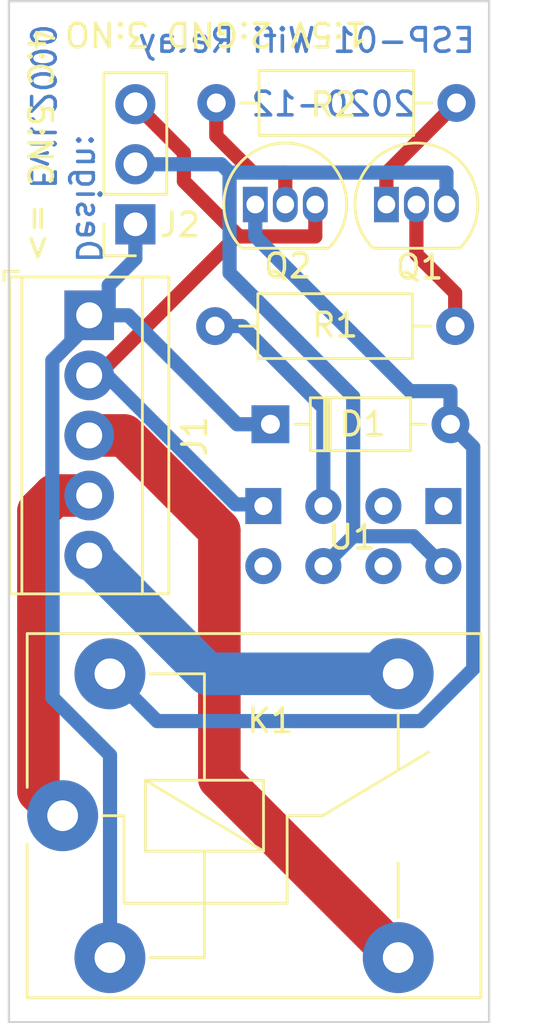
<source format=kicad_pcb>
(kicad_pcb (version 20171130) (host pcbnew 5.1.8+dfsg1-1)

  (general
    (thickness 1.6)
    (drawings 10)
    (tracks 68)
    (zones 0)
    (modules 9)
    (nets 16)
  )

  (page A4)
  (layers
    (0 F.Cu signal)
    (31 B.Cu signal)
    (33 F.Adhes user hide)
    (35 F.Paste user hide)
    (37 F.SilkS user)
    (38 B.Mask user hide)
    (39 F.Mask user hide)
    (40 Dwgs.User user hide)
    (41 Cmts.User user hide)
    (42 Eco1.User user hide)
    (43 Eco2.User user hide)
    (44 Edge.Cuts user)
    (45 Margin user hide)
    (46 B.CrtYd user hide)
    (47 F.CrtYd user hide)
    (49 F.Fab user hide)
  )

  (setup
    (last_trace_width 0.6)
    (trace_clearance 0.2)
    (zone_clearance 0.508)
    (zone_45_only no)
    (trace_min 0.2)
    (via_size 0.8)
    (via_drill 0.4)
    (via_min_size 0.4)
    (via_min_drill 0.3)
    (uvia_size 0.3)
    (uvia_drill 0.1)
    (uvias_allowed no)
    (uvia_min_size 0.2)
    (uvia_min_drill 0.1)
    (edge_width 0.05)
    (segment_width 0.2)
    (pcb_text_width 0.3)
    (pcb_text_size 1.5 1.5)
    (mod_edge_width 0.12)
    (mod_text_size 1 1)
    (mod_text_width 0.15)
    (pad_size 1.524 1.524)
    (pad_drill 0.762)
    (pad_to_mask_clearance 0)
    (aux_axis_origin 0 0)
    (visible_elements FEFFFFFF)
    (pcbplotparams
      (layerselection 0x010fc_ffffffff)
      (usegerberextensions false)
      (usegerberattributes true)
      (usegerberadvancedattributes true)
      (creategerberjobfile true)
      (excludeedgelayer true)
      (linewidth 0.100000)
      (plotframeref false)
      (viasonmask false)
      (mode 1)
      (useauxorigin false)
      (hpglpennumber 1)
      (hpglpenspeed 20)
      (hpglpendiameter 15.000000)
      (psnegative false)
      (psa4output false)
      (plotreference true)
      (plotvalue true)
      (plotinvisibletext false)
      (padsonsilk false)
      (subtractmaskfromsilk false)
      (outputformat 1)
      (mirror false)
      (drillshape 1)
      (scaleselection 1)
      (outputdirectory ""))
  )

  (net 0 "")
  (net 1 "Net-(D1-Pad2)")
  (net 2 "Net-(J1-Pad5)")
  (net 3 "Net-(J1-Pad4)")
  (net 4 "Net-(J1-Pad3)")
  (net 5 /3,3V)
  (net 6 "Net-(Q1-Pad1)")
  (net 7 "Net-(Q1-Pad2)")
  (net 8 "Net-(Q2-Pad2)")
  (net 9 "Net-(R1-Pad1)")
  (net 10 "Net-(U1-Pad7)")
  (net 11 "Net-(U1-Pad5)")
  (net 12 "Net-(U1-Pad4)")
  (net 13 "Net-(U1-Pad3)")
  (net 14 /5V)
  (net 15 /GND)

  (net_class Default "This is the default net class."
    (clearance 0.2)
    (trace_width 0.6)
    (via_dia 0.8)
    (via_drill 0.4)
    (uvia_dia 0.3)
    (uvia_drill 0.1)
    (add_net /3,3V)
    (add_net /5V)
    (add_net /GND)
    (add_net "Net-(D1-Pad2)")
    (add_net "Net-(Q1-Pad1)")
    (add_net "Net-(Q1-Pad2)")
    (add_net "Net-(Q2-Pad2)")
    (add_net "Net-(R1-Pad1)")
    (add_net "Net-(U1-Pad3)")
    (add_net "Net-(U1-Pad4)")
    (add_net "Net-(U1-Pad5)")
    (add_net "Net-(U1-Pad7)")
  )

  (net_class Breit ""
    (clearance 0.2)
    (trace_width 1.8)
    (via_dia 0.8)
    (via_drill 0.4)
    (uvia_dia 0.3)
    (uvia_drill 0.1)
    (add_net "Net-(J1-Pad3)")
    (add_net "Net-(J1-Pad4)")
    (add_net "Net-(J1-Pad5)")
  )

  (module RF_Module:ESP-01 (layer F.Cu) (tedit 5F88BF57) (tstamp 5FCBF804)
    (at 121.256 59.449)
    (descr "Wi-Fi Module")
    (tags "Wi-Fi Module")
    (path /5FCB393A)
    (fp_text reference U1 (at -0.057 8.938) (layer F.SilkS)
      (effects (font (size 1 1) (thickness 0.15)))
    )
    (fp_text value ESP-01 (at -0.07 -1.37) (layer F.Fab)
      (effects (font (size 1 1) (thickness 0.15)))
    )
    (fp_line (start -7.69 -13.57) (end 7.55 -13.57) (layer Dwgs.User) (width 0.12))
    (fp_line (start 7.55 -13.57) (end 7.55 11.83) (layer Dwgs.User) (width 0.12))
    (fp_line (start 7.55 11.83) (end -7.69 11.83) (layer Dwgs.User) (width 0.12))
    (fp_line (start -7.69 11.83) (end -7.69 -13.57) (layer Dwgs.User) (width 0.12))
    (fp_line (start 6.28 -12.3) (end 2.47 -12.3) (layer Dwgs.User) (width 0.12))
    (fp_line (start 2.47 -12.3) (end 2.47 -7.22) (layer Dwgs.User) (width 0.12))
    (fp_line (start 2.47 -7.22) (end 1.2 -7.22) (layer Dwgs.User) (width 0.12))
    (fp_line (start 1.2 -7.22) (end 1.2 -12.3) (layer Dwgs.User) (width 0.12))
    (fp_line (start 1.2 -12.3) (end -0.07 -12.3) (layer Dwgs.User) (width 0.12))
    (fp_line (start -0.07 -12.3) (end -0.07 -7.22) (layer Dwgs.User) (width 0.12))
    (fp_line (start -0.07 -7.22) (end -1.34 -7.22) (layer Dwgs.User) (width 0.12))
    (fp_line (start -1.34 -7.22) (end -1.34 -12.3) (layer Dwgs.User) (width 0.12))
    (fp_line (start -1.34 -12.3) (end -2.61 -12.3) (layer Dwgs.User) (width 0.12))
    (fp_line (start -2.61 -12.3) (end -2.61 -7.22) (layer Dwgs.User) (width 0.12))
    (fp_line (start -2.61 -7.22) (end -3.88 -7.22) (layer Dwgs.User) (width 0.12))
    (fp_line (start -3.88 -7.22) (end -3.88 -12.3) (layer Dwgs.User) (width 0.12))
    (fp_line (start -3.88 -12.3) (end -5.15 -12.3) (layer Dwgs.User) (width 0.12))
    (fp_line (start -5.15 -12.3) (end -5.15 -5.315) (layer Dwgs.User) (width 0.12))
    (fp_line (start -5.15 -5.315) (end 2.47 -5.315) (layer Dwgs.User) (width 0.12))
    (pad 8 thru_hole circle (at 3.81 10.16) (size 1.524 1.524) (drill 0.762) (layers B.Cu B.Mask)
      (net 5 /3,3V))
    (pad 7 thru_hole circle (at 1.27 10.16) (size 1.524 1.524) (drill 0.762) (layers B.Cu B.Mask)
      (net 10 "Net-(U1-Pad7)"))
    (pad 6 thru_hole circle (at -1.27 10.16) (size 1.524 1.524) (drill 0.762) (layers B.Cu B.Mask)
      (net 5 /3,3V))
    (pad 5 thru_hole circle (at -3.81 10.16) (size 1.524 1.524) (drill 0.762) (layers B.Cu B.Mask)
      (net 11 "Net-(U1-Pad5)"))
    (pad 4 thru_hole rect (at 3.81 7.62) (size 1.524 1.524) (drill 0.762) (layers B.Cu B.Mask)
      (net 12 "Net-(U1-Pad4)"))
    (pad 3 thru_hole circle (at 1.27 7.62) (size 1.524 1.524) (drill 0.762) (layers B.Cu B.Mask)
      (net 13 "Net-(U1-Pad3)"))
    (pad 2 thru_hole circle (at -1.27 7.62) (size 1.524 1.524) (drill 0.762) (layers B.Cu B.Mask)
      (net 9 "Net-(R1-Pad1)"))
    (pad 1 thru_hole rect (at -3.81 7.62) (size 1.524 1.524) (drill 0.762) (layers B.Cu B.Mask)
      (net 15 /GND))
  )

  (module Resistor_THT:R_Axial_DIN0207_L6.3mm_D2.5mm_P10.16mm_Horizontal (layer F.Cu) (tedit 5AE5139B) (tstamp 5FCB1B7B)
    (at 125.616 50.024 180)
    (descr "Resistor, Axial_DIN0207 series, Axial, Horizontal, pin pitch=10.16mm, 0.25W = 1/4W, length*diameter=6.3*2.5mm^2, http://cdn-reichelt.de/documents/datenblatt/B400/1_4W%23YAG.pdf")
    (tags "Resistor Axial_DIN0207 series Axial Horizontal pin pitch 10.16mm 0.25W = 1/4W length 6.3mm diameter 2.5mm")
    (path /5FCAC893)
    (fp_text reference R2 (at 5.202 -0.081) (layer F.SilkS)
      (effects (font (size 1 1) (thickness 0.15)))
    )
    (fp_text value 470 (at 5.08 2.37) (layer F.Fab)
      (effects (font (size 1 1) (thickness 0.15)))
    )
    (fp_line (start 11.21 -1.5) (end -1.05 -1.5) (layer F.CrtYd) (width 0.05))
    (fp_line (start 11.21 1.5) (end 11.21 -1.5) (layer F.CrtYd) (width 0.05))
    (fp_line (start -1.05 1.5) (end 11.21 1.5) (layer F.CrtYd) (width 0.05))
    (fp_line (start -1.05 -1.5) (end -1.05 1.5) (layer F.CrtYd) (width 0.05))
    (fp_line (start 9.12 0) (end 8.35 0) (layer F.SilkS) (width 0.12))
    (fp_line (start 1.04 0) (end 1.81 0) (layer F.SilkS) (width 0.12))
    (fp_line (start 8.35 -1.37) (end 1.81 -1.37) (layer F.SilkS) (width 0.12))
    (fp_line (start 8.35 1.37) (end 8.35 -1.37) (layer F.SilkS) (width 0.12))
    (fp_line (start 1.81 1.37) (end 8.35 1.37) (layer F.SilkS) (width 0.12))
    (fp_line (start 1.81 -1.37) (end 1.81 1.37) (layer F.SilkS) (width 0.12))
    (fp_line (start 10.16 0) (end 8.23 0) (layer F.Fab) (width 0.1))
    (fp_line (start 0 0) (end 1.93 0) (layer F.Fab) (width 0.1))
    (fp_line (start 8.23 -1.25) (end 1.93 -1.25) (layer F.Fab) (width 0.1))
    (fp_line (start 8.23 1.25) (end 8.23 -1.25) (layer F.Fab) (width 0.1))
    (fp_line (start 1.93 1.25) (end 8.23 1.25) (layer F.Fab) (width 0.1))
    (fp_line (start 1.93 -1.25) (end 1.93 1.25) (layer F.Fab) (width 0.1))
    (fp_text user %R (at 5.08 0) (layer F.Fab)
      (effects (font (size 1 1) (thickness 0.15)))
    )
    (pad 2 thru_hole oval (at 10.16 0 180) (size 1.6 1.6) (drill 0.8) (layers *.Cu *.Mask)
      (net 8 "Net-(Q2-Pad2)"))
    (pad 1 thru_hole circle (at 0 0 180) (size 1.6 1.6) (drill 0.8) (layers *.Cu *.Mask)
      (net 6 "Net-(Q1-Pad1)"))
    (model ${KISYS3DMOD}/Resistor_THT.3dshapes/R_Axial_DIN0207_L6.3mm_D2.5mm_P10.16mm_Horizontal.wrl
      (at (xyz 0 0 0))
      (scale (xyz 1 1 1))
      (rotate (xyz 0 0 0))
    )
  )

  (module Resistor_THT:R_Axial_DIN0207_L6.3mm_D2.5mm_P10.16mm_Horizontal (layer F.Cu) (tedit 5AE5139B) (tstamp 5FCBE191)
    (at 115.404 59.46)
    (descr "Resistor, Axial_DIN0207 series, Axial, Horizontal, pin pitch=10.16mm, 0.25W = 1/4W, length*diameter=6.3*2.5mm^2, http://cdn-reichelt.de/documents/datenblatt/B400/1_4W%23YAG.pdf")
    (tags "Resistor Axial_DIN0207 series Axial Horizontal pin pitch 10.16mm 0.25W = 1/4W length 6.3mm diameter 2.5mm")
    (path /5FCABFFC)
    (fp_text reference R1 (at 5.069 -0.039) (layer F.SilkS)
      (effects (font (size 1 1) (thickness 0.15)))
    )
    (fp_text value 470 (at 5.08 2.37) (layer F.Fab)
      (effects (font (size 1 1) (thickness 0.15)))
    )
    (fp_line (start 11.21 -1.5) (end -1.05 -1.5) (layer F.CrtYd) (width 0.05))
    (fp_line (start 11.21 1.5) (end 11.21 -1.5) (layer F.CrtYd) (width 0.05))
    (fp_line (start -1.05 1.5) (end 11.21 1.5) (layer F.CrtYd) (width 0.05))
    (fp_line (start -1.05 -1.5) (end -1.05 1.5) (layer F.CrtYd) (width 0.05))
    (fp_line (start 9.12 0) (end 8.35 0) (layer F.SilkS) (width 0.12))
    (fp_line (start 1.04 0) (end 1.81 0) (layer F.SilkS) (width 0.12))
    (fp_line (start 8.35 -1.37) (end 1.81 -1.37) (layer F.SilkS) (width 0.12))
    (fp_line (start 8.35 1.37) (end 8.35 -1.37) (layer F.SilkS) (width 0.12))
    (fp_line (start 1.81 1.37) (end 8.35 1.37) (layer F.SilkS) (width 0.12))
    (fp_line (start 1.81 -1.37) (end 1.81 1.37) (layer F.SilkS) (width 0.12))
    (fp_line (start 10.16 0) (end 8.23 0) (layer F.Fab) (width 0.1))
    (fp_line (start 0 0) (end 1.93 0) (layer F.Fab) (width 0.1))
    (fp_line (start 8.23 -1.25) (end 1.93 -1.25) (layer F.Fab) (width 0.1))
    (fp_line (start 8.23 1.25) (end 8.23 -1.25) (layer F.Fab) (width 0.1))
    (fp_line (start 1.93 1.25) (end 8.23 1.25) (layer F.Fab) (width 0.1))
    (fp_line (start 1.93 -1.25) (end 1.93 1.25) (layer F.Fab) (width 0.1))
    (fp_text user %R (at 5.08 0) (layer F.Fab)
      (effects (font (size 1 1) (thickness 0.15)))
    )
    (pad 2 thru_hole oval (at 10.16 0) (size 1.6 1.6) (drill 0.8) (layers *.Cu *.Mask)
      (net 7 "Net-(Q1-Pad2)"))
    (pad 1 thru_hole circle (at 0 0) (size 1.6 1.6) (drill 0.8) (layers *.Cu *.Mask)
      (net 9 "Net-(R1-Pad1)"))
    (model ${KISYS3DMOD}/Resistor_THT.3dshapes/R_Axial_DIN0207_L6.3mm_D2.5mm_P10.16mm_Horizontal.wrl
      (at (xyz 0 0 0))
      (scale (xyz 1 1 1))
      (rotate (xyz 0 0 0))
    )
  )

  (module Package_TO_SOT_THT:TO-92_Inline (layer F.Cu) (tedit 5A1DD157) (tstamp 5FCB23FA)
    (at 117.105 54.318)
    (descr "TO-92 leads in-line, narrow, oval pads, drill 0.75mm (see NXP sot054_po.pdf)")
    (tags "to-92 sc-43 sc-43a sot54 PA33 transistor")
    (path /5FCA14AE)
    (fp_text reference Q2 (at 1.377 2.601) (layer F.SilkS)
      (effects (font (size 1 1) (thickness 0.15)))
    )
    (fp_text value BC546 (at 1.27 2.79) (layer F.Fab)
      (effects (font (size 1 1) (thickness 0.15)))
    )
    (fp_line (start 4 2.01) (end -1.46 2.01) (layer F.CrtYd) (width 0.05))
    (fp_line (start 4 2.01) (end 4 -2.73) (layer F.CrtYd) (width 0.05))
    (fp_line (start -1.46 -2.73) (end -1.46 2.01) (layer F.CrtYd) (width 0.05))
    (fp_line (start -1.46 -2.73) (end 4 -2.73) (layer F.CrtYd) (width 0.05))
    (fp_line (start -0.5 1.75) (end 3 1.75) (layer F.Fab) (width 0.1))
    (fp_line (start -0.53 1.85) (end 3.07 1.85) (layer F.SilkS) (width 0.12))
    (fp_arc (start 1.27 0) (end 1.27 -2.6) (angle 135) (layer F.SilkS) (width 0.12))
    (fp_arc (start 1.27 0) (end 1.27 -2.48) (angle -135) (layer F.Fab) (width 0.1))
    (fp_arc (start 1.27 0) (end 1.27 -2.6) (angle -135) (layer F.SilkS) (width 0.12))
    (fp_arc (start 1.27 0) (end 1.27 -2.48) (angle 135) (layer F.Fab) (width 0.1))
    (fp_text user %R (at 1.27 0) (layer F.Fab)
      (effects (font (size 1 1) (thickness 0.15)))
    )
    (pad 1 thru_hole rect (at 0 0) (size 1.05 1.5) (drill 0.75) (layers *.Cu *.Mask)
      (net 1 "Net-(D1-Pad2)"))
    (pad 3 thru_hole oval (at 2.54 0) (size 1.05 1.5) (drill 0.75) (layers *.Cu *.Mask)
      (net 15 /GND))
    (pad 2 thru_hole oval (at 1.27 0) (size 1.05 1.5) (drill 0.75) (layers *.Cu *.Mask)
      (net 8 "Net-(Q2-Pad2)"))
    (model ${KISYS3DMOD}/Package_TO_SOT_THT.3dshapes/TO-92_Inline.wrl
      (at (xyz 0 0 0))
      (scale (xyz 1 1 1))
      (rotate (xyz 0 0 0))
    )
  )

  (module Package_TO_SOT_THT:TO-92_Inline (layer F.Cu) (tedit 5A1DD157) (tstamp 5FCB2334)
    (at 122.654 54.318)
    (descr "TO-92 leads in-line, narrow, oval pads, drill 0.75mm (see NXP sot054_po.pdf)")
    (tags "to-92 sc-43 sc-43a sot54 PA33 transistor")
    (path /5FCA0DDC)
    (fp_text reference Q1 (at 1.405 2.65) (layer F.SilkS)
      (effects (font (size 1 1) (thickness 0.15)))
    )
    (fp_text value BC327 (at 1.27 2.79) (layer F.Fab)
      (effects (font (size 1 1) (thickness 0.15)))
    )
    (fp_line (start 4 2.01) (end -1.46 2.01) (layer F.CrtYd) (width 0.05))
    (fp_line (start 4 2.01) (end 4 -2.73) (layer F.CrtYd) (width 0.05))
    (fp_line (start -1.46 -2.73) (end -1.46 2.01) (layer F.CrtYd) (width 0.05))
    (fp_line (start -1.46 -2.73) (end 4 -2.73) (layer F.CrtYd) (width 0.05))
    (fp_line (start -0.5 1.75) (end 3 1.75) (layer F.Fab) (width 0.1))
    (fp_line (start -0.53 1.85) (end 3.07 1.85) (layer F.SilkS) (width 0.12))
    (fp_arc (start 1.27 0) (end 1.27 -2.6) (angle 135) (layer F.SilkS) (width 0.12))
    (fp_arc (start 1.27 0) (end 1.27 -2.48) (angle -135) (layer F.Fab) (width 0.1))
    (fp_arc (start 1.27 0) (end 1.27 -2.6) (angle -135) (layer F.SilkS) (width 0.12))
    (fp_arc (start 1.27 0) (end 1.27 -2.48) (angle 135) (layer F.Fab) (width 0.1))
    (fp_text user %R (at 1.27 0) (layer F.Fab)
      (effects (font (size 1 1) (thickness 0.15)))
    )
    (pad 1 thru_hole rect (at 0 0) (size 1.05 1.5) (drill 0.75) (layers *.Cu *.Mask)
      (net 6 "Net-(Q1-Pad1)"))
    (pad 3 thru_hole oval (at 2.54 0) (size 1.05 1.5) (drill 0.75) (layers *.Cu *.Mask)
      (net 5 /3,3V))
    (pad 2 thru_hole oval (at 1.27 0) (size 1.05 1.5) (drill 0.75) (layers *.Cu *.Mask)
      (net 7 "Net-(Q1-Pad2)"))
    (model ${KISYS3DMOD}/Package_TO_SOT_THT.3dshapes/TO-92_Inline.wrl
      (at (xyz 0 0 0))
      (scale (xyz 1 1 1))
      (rotate (xyz 0 0 0))
    )
  )

  (module Relay_THT:Relay_SPDT_Finder_36.11 (layer F.Cu) (tedit 5D3F5A07) (tstamp 5FCBE74A)
    (at 108.953 80.164)
    (descr "FINDER 36.11, SPDT relay, 10A, https://gfinder.findernet.com/public/attachments/36/EN/S36EN.pdf")
    (tags "spdt relay")
    (path /5FCAA0D9)
    (fp_text reference K1 (at 8.791 -4.02) (layer F.SilkS)
      (effects (font (size 1 1) (thickness 0.15)))
    )
    (fp_text value FINDER-36.11 (at 8 -9.6) (layer F.Fab)
      (effects (font (size 1 1) (thickness 0.15)))
    )
    (fp_line (start 8.5 1.5) (end 3.5 1.5) (layer F.SilkS) (width 0.12))
    (fp_line (start 8.5 -1.5) (end 8.5 1.5) (layer F.SilkS) (width 0.12))
    (fp_line (start 3.5 -1.5) (end 8.5 -1.5) (layer F.SilkS) (width 0.12))
    (fp_line (start 3.5 1.5) (end 3.5 -1.5) (layer F.SilkS) (width 0.12))
    (fp_line (start 8.5 1.5) (end 3.5 -1.5) (layer F.SilkS) (width 0.12))
    (fp_line (start 6 1.5) (end 6 6) (layer F.SilkS) (width 0.12))
    (fp_line (start 6 -6) (end 6 -1.5) (layer F.SilkS) (width 0.12))
    (fp_line (start 2.6 0) (end 2.6 3.7) (layer F.SilkS) (width 0.12))
    (fp_line (start 9.5 0) (end 9.5 3.7) (layer F.SilkS) (width 0.12))
    (fp_line (start 9.5 3.7) (end 2.6 3.7) (layer F.SilkS) (width 0.12))
    (fp_line (start 11 0) (end 15.5 -2.7) (layer F.SilkS) (width 0.12))
    (fp_line (start 9.5 0) (end 11 0) (layer F.SilkS) (width 0.12))
    (fp_line (start 6 -6) (end 3.7 -6) (layer F.SilkS) (width 0.12))
    (fp_line (start 2.6 0) (end 1.7 0) (layer F.SilkS) (width 0.12))
    (fp_line (start 3.7 6) (end 6 6) (layer F.SilkS) (width 0.12))
    (fp_line (start 14.2 -4.3) (end 14.2 -2) (layer F.SilkS) (width 0.12))
    (fp_line (start 14.2 4.3) (end 14.2 2) (layer F.SilkS) (width 0.12))
    (fp_line (start -1.75 7.85) (end 17.85 7.85) (layer F.CrtYd) (width 0.05))
    (fp_line (start 17.85 -7.85) (end 17.85 7.85) (layer F.CrtYd) (width 0.05))
    (fp_line (start -1.75 7.85) (end -1.75 -7.85) (layer F.CrtYd) (width 0.05))
    (fp_line (start 17.85 -7.85) (end -1.75 -7.85) (layer F.CrtYd) (width 0.05))
    (fp_line (start -1.4 7.6) (end -1.4 -7.6) (layer F.Fab) (width 0.1))
    (fp_line (start 17.6 7.6) (end -1.4 7.6) (layer F.Fab) (width 0.1))
    (fp_line (start 17.6 -7.6) (end 17.6 7.6) (layer F.Fab) (width 0.1))
    (fp_line (start -1.4 -7.6) (end 17.6 -7.6) (layer F.Fab) (width 0.1))
    (fp_line (start 17.7 7.7) (end -1.5 7.7) (layer F.SilkS) (width 0.12))
    (fp_line (start 17.7 -7.7) (end 17.7 7.7) (layer F.SilkS) (width 0.12))
    (fp_line (start -1.5 -7.7) (end 17.7 -7.7) (layer F.SilkS) (width 0.12))
    (fp_line (start -1.5 -7.7) (end -1.5 -1.2) (layer F.SilkS) (width 0.12))
    (fp_line (start -1.5 1.2) (end -1.5 7.7) (layer F.SilkS) (width 0.12))
    (fp_text user %R (at 7.1 0.025) (layer F.Fab)
      (effects (font (size 1 1) (thickness 0.15)))
    )
    (pad 11 thru_hole circle (at 0 0) (size 3 3) (drill 1.3) (layers *.Cu *.Mask)
      (net 3 "Net-(J1-Pad4)"))
    (pad A2 thru_hole circle (at 2 -6) (size 3 3) (drill 1.3) (layers *.Cu *.Mask)
      (net 1 "Net-(D1-Pad2)"))
    (pad 12 thru_hole circle (at 14.2 -6) (size 3 3) (drill 1.3) (layers *.Cu *.Mask)
      (net 2 "Net-(J1-Pad5)"))
    (pad 14 thru_hole circle (at 14.2 6) (size 3 3) (drill 1.3) (layers *.Cu *.Mask)
      (net 4 "Net-(J1-Pad3)"))
    (pad A1 thru_hole circle (at 2 6) (size 3 3) (drill 1.3) (layers *.Cu *.Mask)
      (net 14 /5V))
    (model ${KISYS3DMOD}/Relay_THT.3dshapes/Relay_SPDT_Finder_36.11.wrl
      (at (xyz 0 0 0))
      (scale (xyz 1 1 1))
      (rotate (xyz 0 0 0))
    )
  )

  (module Connector_PinSocket_2.54mm:PinSocket_1x03_P2.54mm_Vertical (layer F.Cu) (tedit 5A19A429) (tstamp 5FCB1F6A)
    (at 112.03 55.156 180)
    (descr "Through hole straight socket strip, 1x03, 2.54mm pitch, single row (from Kicad 4.0.7), script generated")
    (tags "Through hole socket strip THT 1x03 2.54mm single row")
    (path /5FCA9C46)
    (fp_text reference J2 (at -1.881 -0.026) (layer F.SilkS)
      (effects (font (size 1 1) (thickness 0.15)))
    )
    (fp_text value "Stecker LDO 5V-3,3V" (at 0 7.85) (layer F.Fab)
      (effects (font (size 1 1) (thickness 0.15)))
    )
    (fp_line (start -1.8 6.85) (end -1.8 -1.8) (layer F.CrtYd) (width 0.05))
    (fp_line (start 1.75 6.85) (end -1.8 6.85) (layer F.CrtYd) (width 0.05))
    (fp_line (start 1.75 -1.8) (end 1.75 6.85) (layer F.CrtYd) (width 0.05))
    (fp_line (start -1.8 -1.8) (end 1.75 -1.8) (layer F.CrtYd) (width 0.05))
    (fp_line (start 0 -1.33) (end 1.33 -1.33) (layer F.SilkS) (width 0.12))
    (fp_line (start 1.33 -1.33) (end 1.33 0) (layer F.SilkS) (width 0.12))
    (fp_line (start 1.33 1.27) (end 1.33 6.41) (layer F.SilkS) (width 0.12))
    (fp_line (start -1.33 6.41) (end 1.33 6.41) (layer F.SilkS) (width 0.12))
    (fp_line (start -1.33 1.27) (end -1.33 6.41) (layer F.SilkS) (width 0.12))
    (fp_line (start -1.33 1.27) (end 1.33 1.27) (layer F.SilkS) (width 0.12))
    (fp_line (start -1.27 6.35) (end -1.27 -1.27) (layer F.Fab) (width 0.1))
    (fp_line (start 1.27 6.35) (end -1.27 6.35) (layer F.Fab) (width 0.1))
    (fp_line (start 1.27 -0.635) (end 1.27 6.35) (layer F.Fab) (width 0.1))
    (fp_line (start 0.635 -1.27) (end 1.27 -0.635) (layer F.Fab) (width 0.1))
    (fp_line (start -1.27 -1.27) (end 0.635 -1.27) (layer F.Fab) (width 0.1))
    (fp_text user %R (at 0 2.54 90) (layer F.Fab)
      (effects (font (size 1 1) (thickness 0.15)))
    )
    (pad 3 thru_hole oval (at 0 5.08 180) (size 1.7 1.7) (drill 1) (layers *.Cu *.Mask)
      (net 15 /GND))
    (pad 2 thru_hole oval (at 0 2.54 180) (size 1.7 1.7) (drill 1) (layers *.Cu *.Mask)
      (net 5 /3,3V))
    (pad 1 thru_hole rect (at 0 0 180) (size 1.7 1.7) (drill 1) (layers *.Cu *.Mask)
      (net 14 /5V))
    (model ${KISYS3DMOD}/Connector_PinSocket_2.54mm.3dshapes/PinSocket_1x03_P2.54mm_Vertical.wrl
      (at (xyz 0 0 0))
      (scale (xyz 1 1 1))
      (rotate (xyz 0 0 0))
    )
  )

  (module TerminalBlock_TE-Connectivity:TerminalBlock_TE_282834-5_1x05_P2.54mm_Horizontal (layer F.Cu) (tedit 5B1EC513) (tstamp 5FCB1AEA)
    (at 110.077 59.004 270)
    (descr "Terminal Block TE 282834-5, 5 pins, pitch 2.54mm, size 13.16x6.5mm^2, drill diamater 1.1mm, pad diameter 2.1mm, see http://www.te.com/commerce/DocumentDelivery/DDEController?Action=showdoc&DocId=Customer+Drawing%7F282834%7FC1%7Fpdf%7FEnglish%7FENG_CD_282834_C1.pdf, script-generated using https://github.com/pointhi/kicad-footprint-generator/scripts/TerminalBlock_TE-Connectivity")
    (tags "THT Terminal Block TE 282834-5 pitch 2.54mm size 13.16x6.5mm^2 drill 1.1mm pad 2.1mm")
    (path /5FCA6822)
    (fp_text reference J1 (at 5.111 -4.458 90) (layer F.SilkS)
      (effects (font (size 1 1) (thickness 0.15)))
    )
    (fp_text value Schraubanschluss (at 5.08 4.37 90) (layer F.Fab)
      (effects (font (size 1 1) (thickness 0.15)))
    )
    (fp_line (start 12.16 -3.75) (end -2 -3.75) (layer F.CrtYd) (width 0.05))
    (fp_line (start 12.16 3.75) (end 12.16 -3.75) (layer F.CrtYd) (width 0.05))
    (fp_line (start -2 3.75) (end 12.16 3.75) (layer F.CrtYd) (width 0.05))
    (fp_line (start -2 -3.75) (end -2 3.75) (layer F.CrtYd) (width 0.05))
    (fp_line (start -1.86 3.61) (end -1.46 3.61) (layer F.SilkS) (width 0.12))
    (fp_line (start -1.86 2.97) (end -1.86 3.61) (layer F.SilkS) (width 0.12))
    (fp_line (start 10.861 -0.835) (end 9.326 0.7) (layer F.Fab) (width 0.1))
    (fp_line (start 10.995 -0.7) (end 9.46 0.835) (layer F.Fab) (width 0.1))
    (fp_line (start 8.321 -0.835) (end 6.786 0.7) (layer F.Fab) (width 0.1))
    (fp_line (start 8.455 -0.7) (end 6.92 0.835) (layer F.Fab) (width 0.1))
    (fp_line (start 5.781 -0.835) (end 4.246 0.7) (layer F.Fab) (width 0.1))
    (fp_line (start 5.915 -0.7) (end 4.38 0.835) (layer F.Fab) (width 0.1))
    (fp_line (start 3.241 -0.835) (end 1.706 0.7) (layer F.Fab) (width 0.1))
    (fp_line (start 3.375 -0.7) (end 1.84 0.835) (layer F.Fab) (width 0.1))
    (fp_line (start 0.701 -0.835) (end -0.835 0.7) (layer F.Fab) (width 0.1))
    (fp_line (start 0.835 -0.7) (end -0.701 0.835) (layer F.Fab) (width 0.1))
    (fp_line (start 11.78 -3.37) (end 11.78 3.37) (layer F.SilkS) (width 0.12))
    (fp_line (start -1.62 -3.37) (end -1.62 3.37) (layer F.SilkS) (width 0.12))
    (fp_line (start -1.62 3.37) (end 11.78 3.37) (layer F.SilkS) (width 0.12))
    (fp_line (start -1.62 -3.37) (end 11.78 -3.37) (layer F.SilkS) (width 0.12))
    (fp_line (start -1.62 -2.25) (end 11.78 -2.25) (layer F.SilkS) (width 0.12))
    (fp_line (start -1.5 -2.25) (end 11.66 -2.25) (layer F.Fab) (width 0.1))
    (fp_line (start -1.62 2.85) (end 11.78 2.85) (layer F.SilkS) (width 0.12))
    (fp_line (start -1.5 2.85) (end 11.66 2.85) (layer F.Fab) (width 0.1))
    (fp_line (start -1.5 2.85) (end -1.5 -3.25) (layer F.Fab) (width 0.1))
    (fp_line (start -1.1 3.25) (end -1.5 2.85) (layer F.Fab) (width 0.1))
    (fp_line (start 11.66 3.25) (end -1.1 3.25) (layer F.Fab) (width 0.1))
    (fp_line (start 11.66 -3.25) (end 11.66 3.25) (layer F.Fab) (width 0.1))
    (fp_line (start -1.5 -3.25) (end 11.66 -3.25) (layer F.Fab) (width 0.1))
    (fp_circle (center 10.16 0) (end 11.26 0) (layer F.Fab) (width 0.1))
    (fp_circle (center 7.62 0) (end 8.72 0) (layer F.Fab) (width 0.1))
    (fp_circle (center 5.08 0) (end 6.18 0) (layer F.Fab) (width 0.1))
    (fp_circle (center 2.54 0) (end 3.64 0) (layer F.Fab) (width 0.1))
    (fp_circle (center 0 0) (end 1.1 0) (layer F.Fab) (width 0.1))
    (fp_text user %R (at 5.08 2 90) (layer F.Fab)
      (effects (font (size 1 1) (thickness 0.15)))
    )
    (pad 5 thru_hole circle (at 10.16 0 270) (size 2.1 2.1) (drill 1.1) (layers *.Cu *.Mask)
      (net 2 "Net-(J1-Pad5)"))
    (pad 4 thru_hole circle (at 7.62 0 270) (size 2.1 2.1) (drill 1.1) (layers *.Cu *.Mask)
      (net 3 "Net-(J1-Pad4)"))
    (pad 3 thru_hole circle (at 5.08 0 270) (size 2.1 2.1) (drill 1.1) (layers *.Cu *.Mask)
      (net 4 "Net-(J1-Pad3)"))
    (pad 2 thru_hole circle (at 2.54 0 270) (size 2.1 2.1) (drill 1.1) (layers *.Cu *.Mask)
      (net 15 /GND))
    (pad 1 thru_hole rect (at 0 0 270) (size 2.1 2.1) (drill 1.1) (layers *.Cu *.Mask)
      (net 14 /5V))
    (model ${KISYS3DMOD}/TerminalBlock_TE-Connectivity.3dshapes/TerminalBlock_TE_282834-5_1x05_P2.54mm_Horizontal.wrl
      (at (xyz 0 0 0))
      (scale (xyz 1 1 1))
      (rotate (xyz 0 0 0))
    )
  )

  (module Diode_THT:D_DO-35_SOD27_P7.62mm_Horizontal (layer F.Cu) (tedit 5AE50CD5) (tstamp 5FCBE4EC)
    (at 117.746 63.611)
    (descr "Diode, DO-35_SOD27 series, Axial, Horizontal, pin pitch=7.62mm, , length*diameter=4*2mm^2, , http://www.diodes.com/_files/packages/DO-35.pdf")
    (tags "Diode DO-35_SOD27 series Axial Horizontal pin pitch 7.62mm  length 4mm diameter 2mm")
    (path /5FCA5316)
    (fp_text reference D1 (at 3.907 -0.012) (layer F.SilkS)
      (effects (font (size 1 1) (thickness 0.15)))
    )
    (fp_text value 1N4148 (at 3.81 2.12) (layer F.Fab)
      (effects (font (size 1 1) (thickness 0.15)))
    )
    (fp_line (start 8.67 -1.25) (end -1.05 -1.25) (layer F.CrtYd) (width 0.05))
    (fp_line (start 8.67 1.25) (end 8.67 -1.25) (layer F.CrtYd) (width 0.05))
    (fp_line (start -1.05 1.25) (end 8.67 1.25) (layer F.CrtYd) (width 0.05))
    (fp_line (start -1.05 -1.25) (end -1.05 1.25) (layer F.CrtYd) (width 0.05))
    (fp_line (start 2.29 -1.12) (end 2.29 1.12) (layer F.SilkS) (width 0.12))
    (fp_line (start 2.53 -1.12) (end 2.53 1.12) (layer F.SilkS) (width 0.12))
    (fp_line (start 2.41 -1.12) (end 2.41 1.12) (layer F.SilkS) (width 0.12))
    (fp_line (start 6.58 0) (end 5.93 0) (layer F.SilkS) (width 0.12))
    (fp_line (start 1.04 0) (end 1.69 0) (layer F.SilkS) (width 0.12))
    (fp_line (start 5.93 -1.12) (end 1.69 -1.12) (layer F.SilkS) (width 0.12))
    (fp_line (start 5.93 1.12) (end 5.93 -1.12) (layer F.SilkS) (width 0.12))
    (fp_line (start 1.69 1.12) (end 5.93 1.12) (layer F.SilkS) (width 0.12))
    (fp_line (start 1.69 -1.12) (end 1.69 1.12) (layer F.SilkS) (width 0.12))
    (fp_line (start 2.31 -1) (end 2.31 1) (layer F.Fab) (width 0.1))
    (fp_line (start 2.51 -1) (end 2.51 1) (layer F.Fab) (width 0.1))
    (fp_line (start 2.41 -1) (end 2.41 1) (layer F.Fab) (width 0.1))
    (fp_line (start 7.62 0) (end 5.81 0) (layer F.Fab) (width 0.1))
    (fp_line (start 0 0) (end 1.81 0) (layer F.Fab) (width 0.1))
    (fp_line (start 5.81 -1) (end 1.81 -1) (layer F.Fab) (width 0.1))
    (fp_line (start 5.81 1) (end 5.81 -1) (layer F.Fab) (width 0.1))
    (fp_line (start 1.81 1) (end 5.81 1) (layer F.Fab) (width 0.1))
    (fp_line (start 1.81 -1) (end 1.81 1) (layer F.Fab) (width 0.1))
    (fp_text user K (at 0 -1.8) (layer F.Fab)
      (effects (font (size 1 1) (thickness 0.15)))
    )
    (fp_text user %R (at 4.11 0 270) (layer F.Fab)
      (effects (font (size 0.8 0.8) (thickness 0.12)))
    )
    (pad 2 thru_hole oval (at 7.62 0) (size 1.6 1.6) (drill 0.8) (layers *.Cu *.Mask)
      (net 1 "Net-(D1-Pad2)"))
    (pad 1 thru_hole rect (at 0 0) (size 1.6 1.6) (drill 0.8) (layers *.Cu *.Mask)
      (net 14 /5V))
    (model ${KISYS3DMOD}/Diode_THT.3dshapes/D_DO-35_SOD27_P7.62mm_Horizontal.wrl
      (at (xyz 0 0 0))
      (scale (xyz 1 1 1))
      (rotate (xyz 0 0 0))
    )
  )

  (gr_text 2020-12 (at 120.421 50.071) (layer B.Cu)
    (effects (font (size 1 1) (thickness 0.15)) (justify mirror))
  )
  (gr_text Evil.2000 (at 108.094 50.177 -90) (layer B.Cu)
    (effects (font (size 1 1) (thickness 0.15)) (justify mirror))
  )
  (gr_text Design: (at 110.04 54.069 -90) (layer B.Cu)
    (effects (font (size 1 1) (thickness 0.15)) (justify mirror))
  )
  (gr_text "ESP-01 Wifi Relay" (at 119.274 47.382) (layer B.Cu)
    (effects (font (size 1 1) (thickness 0.15)) (justify mirror))
  )
  (gr_text "4:C 5:NC =>" (at 107.976 51.81 -90) (layer F.SilkS)
    (effects (font (size 1 1) (thickness 0.15)))
  )
  (gr_text "1:5V 2:GND 3:NO" (at 115.44 47.105 180) (layer F.SilkS)
    (effects (font (size 1 1) (thickness 0.15)))
  )
  (gr_line (start 127 45.72) (end 127 88.9) (layer Edge.Cuts) (width 0.1))
  (gr_line (start 106.68 45.72) (end 127 45.72) (layer Edge.Cuts) (width 0.1))
  (gr_line (start 106.68 88.9) (end 106.68 45.72) (layer Edge.Cuts) (width 0.1))
  (gr_line (start 127 88.9) (end 106.68 88.9) (layer Edge.Cuts) (width 0.1))

  (segment (start 117.105 54.318) (end 117.105 55.668) (width 0.6) (layer B.Cu) (net 1))
  (segment (start 125.366 63.611) (end 125.366 62.211) (width 0.6) (layer B.Cu) (net 1))
  (segment (start 125.366 62.211) (end 123.648 62.211) (width 0.6) (layer B.Cu) (net 1))
  (segment (start 123.648 62.211) (end 117.105 55.668) (width 0.6) (layer B.Cu) (net 1))
  (segment (start 112.953001 76.164001) (end 110.953 74.164) (width 0.6) (layer B.Cu) (net 1))
  (segment (start 124.113001 76.164001) (end 112.953001 76.164001) (width 0.6) (layer B.Cu) (net 1))
  (segment (start 126.328001 73.949001) (end 124.113001 76.164001) (width 0.6) (layer B.Cu) (net 1))
  (segment (start 126.328001 64.573001) (end 126.328001 73.949001) (width 0.6) (layer B.Cu) (net 1))
  (segment (start 125.366 63.611) (end 126.328001 64.573001) (width 0.6) (layer B.Cu) (net 1))
  (segment (start 115.077 74.164) (end 123.153 74.164) (width 1.8) (layer B.Cu) (net 2))
  (segment (start 110.077 69.164) (end 115.077 74.164) (width 1.8) (layer B.Cu) (net 2))
  (segment (start 107.926999 79.137999) (end 108.953 80.164) (width 1.8) (layer F.Cu) (net 3))
  (segment (start 107.926999 67.289077) (end 107.926999 79.137999) (width 1.8) (layer F.Cu) (net 3))
  (segment (start 108.592076 66.624) (end 107.926999 67.289077) (width 1.8) (layer F.Cu) (net 3))
  (segment (start 110.077 66.624) (end 108.592076 66.624) (width 1.8) (layer F.Cu) (net 3))
  (segment (start 115.583999 78.594999) (end 123.153 86.164) (width 1.8) (layer F.Cu) (net 4))
  (segment (start 115.583999 68.106075) (end 115.583999 78.594999) (width 1.8) (layer F.Cu) (net 4))
  (segment (start 111.561924 64.084) (end 115.583999 68.106075) (width 1.8) (layer F.Cu) (net 4))
  (segment (start 110.077 64.084) (end 111.561924 64.084) (width 1.8) (layer F.Cu) (net 4))
  (segment (start 112.03 52.616) (end 115.6647 52.616) (width 0.6) (layer B.Cu) (net 5))
  (segment (start 115.6647 52.616) (end 116.0167 52.968) (width 0.6) (layer B.Cu) (net 5))
  (segment (start 116.0167 52.968) (end 125.194 52.968) (width 0.6) (layer B.Cu) (net 5))
  (segment (start 125.194 54.318) (end 125.194 52.968) (width 0.6) (layer B.Cu) (net 5))
  (segment (start 116.0167 52.968) (end 116.0167 57.2132) (width 0.6) (layer B.Cu) (net 5))
  (segment (start 121.248001 68.346999) (end 119.986 69.609) (width 0.6) (layer B.Cu) (net 5))
  (segment (start 123.803999 68.346999) (end 121.248001 68.346999) (width 0.6) (layer B.Cu) (net 5))
  (segment (start 125.066 69.609) (end 123.803999 68.346999) (width 0.6) (layer B.Cu) (net 5))
  (segment (start 121.248001 62.444501) (end 121.248001 68.346999) (width 0.6) (layer B.Cu) (net 5))
  (segment (start 116.0167 57.2132) (end 121.248001 62.444501) (width 0.6) (layer B.Cu) (net 5))
  (segment (start 122.654 54.318) (end 122.654 52.968) (width 0.6) (layer F.Cu) (net 6))
  (segment (start 122.654 52.968) (end 122.672 52.968) (width 0.6) (layer F.Cu) (net 6))
  (segment (start 122.672 52.968) (end 125.616 50.024) (width 0.6) (layer F.Cu) (net 6))
  (segment (start 125.564 59.46) (end 125.564 58.06) (width 0.6) (layer F.Cu) (net 7))
  (segment (start 123.924 54.318) (end 123.924 56.42) (width 0.6) (layer F.Cu) (net 7))
  (segment (start 123.924 56.42) (end 125.564 58.06) (width 0.6) (layer F.Cu) (net 7))
  (segment (start 118.375 54.318) (end 118.375 52.968) (width 0.6) (layer F.Cu) (net 8))
  (segment (start 115.456 50.024) (end 115.456 51.424) (width 0.6) (layer F.Cu) (net 8))
  (segment (start 118.375 52.968) (end 117 52.968) (width 0.6) (layer F.Cu) (net 8))
  (segment (start 117 52.968) (end 115.456 51.424) (width 0.6) (layer F.Cu) (net 8))
  (segment (start 115.404 59.46) (end 115.9075 59.46) (width 0.6) (layer F.Cu) (net 9))
  (segment (start 119.986 62.91063) (end 119.986 67.069) (width 0.6) (layer B.Cu) (net 9))
  (segment (start 116.53537 59.46) (end 119.986 62.91063) (width 0.6) (layer B.Cu) (net 9))
  (segment (start 115.404 59.46) (end 116.53537 59.46) (width 0.6) (layer B.Cu) (net 9))
  (segment (start 110.4895 59.004) (end 110.4244 59.004) (width 0.6) (layer B.Cu) (net 14))
  (segment (start 110.4244 59.004) (end 108.5172 60.9112) (width 0.6) (layer B.Cu) (net 14))
  (segment (start 108.5172 60.9112) (end 108.5172 75.1596) (width 0.6) (layer B.Cu) (net 14))
  (segment (start 108.5172 75.1596) (end 110.9581 77.6005) (width 0.6) (layer B.Cu) (net 14))
  (segment (start 110.9581 77.6005) (end 110.9581 86.6289) (width 0.6) (layer B.Cu) (net 14))
  (segment (start 110.9581 86.6289) (end 110.889 86.698) (width 0.6) (layer B.Cu) (net 14))
  (segment (start 110.4895 59.004) (end 110.902 59.004) (width 0.6) (layer B.Cu) (net 14))
  (segment (start 110.077 59.004) (end 110.4895 59.004) (width 0.6) (layer B.Cu) (net 14))
  (segment (start 111.727 59.004) (end 116.334 63.611) (width 0.6) (layer B.Cu) (net 14))
  (segment (start 116.334 63.611) (end 117.746 63.611) (width 0.6) (layer B.Cu) (net 14))
  (segment (start 112.03 55.156) (end 112.03 56.606) (width 0.6) (layer B.Cu) (net 14))
  (segment (start 110.902 59.004) (end 110.902 57.734) (width 0.6) (layer B.Cu) (net 14))
  (segment (start 110.902 57.734) (end 112.03 56.606) (width 0.6) (layer B.Cu) (net 14))
  (segment (start 110.902 59.004) (end 111.727 59.004) (width 0.6) (layer B.Cu) (net 14))
  (segment (start 116.3587 55.61) (end 116.4166 55.668) (width 0.6) (layer F.Cu) (net 15))
  (segment (start 116.4166 55.668) (end 119.645 55.668) (width 0.6) (layer F.Cu) (net 15))
  (segment (start 112.03 50.076) (end 114.0839 52.1299) (width 0.6) (layer F.Cu) (net 15))
  (segment (start 114.0839 52.1299) (end 114.0839 53.3353) (width 0.6) (layer F.Cu) (net 15))
  (segment (start 114.0839 53.3353) (end 116.3587 55.61) (width 0.6) (layer F.Cu) (net 15))
  (segment (start 110.077 61.544) (end 110.4247 61.544) (width 0.6) (layer F.Cu) (net 15))
  (segment (start 110.4247 61.544) (end 116.3587 55.61) (width 0.6) (layer F.Cu) (net 15))
  (segment (start 119.645 54.318) (end 119.645 55.668) (width 0.6) (layer F.Cu) (net 15))
  (segment (start 117.637 66.999) (end 116.275 66.999) (width 0.6) (layer B.Cu) (net 15))
  (segment (start 110.077 61.544) (end 110.82 61.544) (width 0.6) (layer B.Cu) (net 15))
  (segment (start 110.82 61.544) (end 116.275 66.999) (width 0.6) (layer B.Cu) (net 15))

)

</source>
